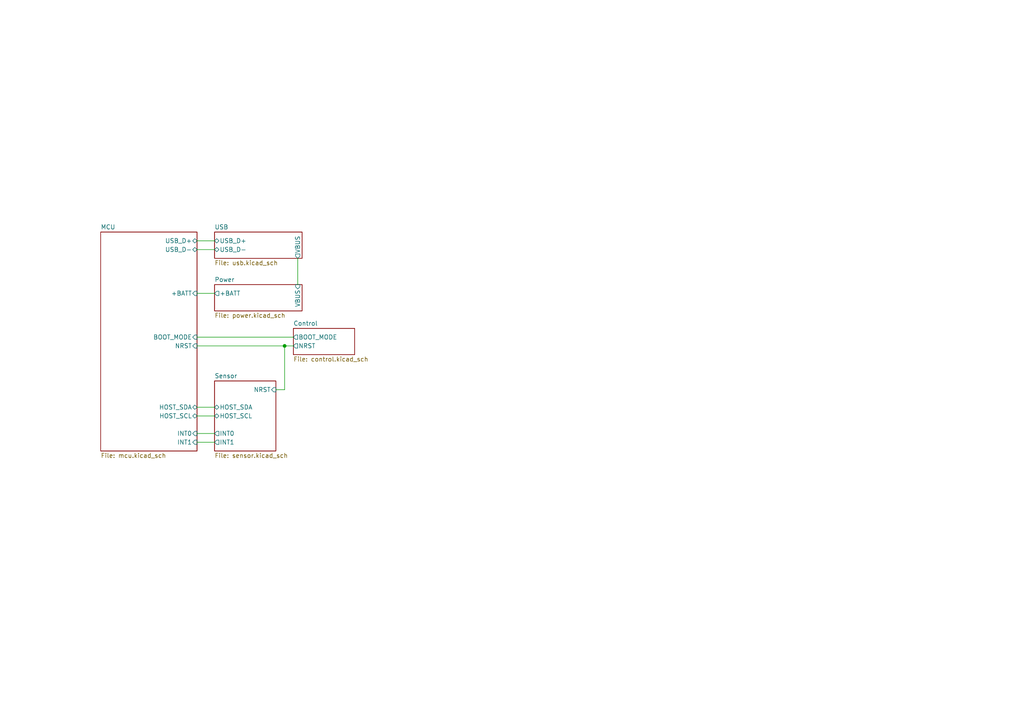
<source format=kicad_sch>
(kicad_sch (version 20230121) (generator eeschema)
  (paper "A4")
  (lib_symbols)
  (junction (at 82.55 100.33))
  (wire (pts (xy 57.15 69.85) (xy 62.23 69.85)))
  (wire (pts (xy 82.55 113.03) (xy 82.55 100.33)))
  (wire (pts (xy 86.36 74.93) (xy 86.36 82.55)))
  (wire (pts (xy 57.15 118.11) (xy 62.23 118.11)))
  (wire (pts (xy 57.15 120.65) (xy 62.23 120.65)))
  (wire (pts (xy 57.15 100.33) (xy 82.55 100.33)))
  (wire (pts (xy 57.15 85.09) (xy 62.23 85.09)))
  (wire (pts (xy 57.15 72.39) (xy 62.23 72.39)))
  (wire (pts (xy 57.15 128.27) (xy 62.23 128.27)))
  (wire (pts (xy 80.01 113.03) (xy 82.55 113.03)))
  (wire (pts (xy 57.15 97.79) (xy 85.09 97.79)))
  (wire (pts (xy 57.15 125.73) (xy 62.23 125.73)))
  (wire (pts (xy 82.55 100.33) (xy 85.09 100.33)))
  (sheet (at 62.23 67.31) (size 25.4 7.62) (stroke (width 0.1524))
    (property "Sheetname" "USB" (at 62.23 66.5984 0) (effects (justify left bottom)))
    (property "Sheetfile" "usb.kicad_sch" (at 62.23 75.5146 0) (effects (justify left top)))
    (pin "USB_D+" bidirectional (at 62.23 69.85 180))
    (pin "USB_D-" bidirectional (at 62.23 72.39 180))
    (pin "VBUS" output (at 86.36 74.93 270))
  )
  (sheet (at 62.23 82.55) (size 25.4 7.62) (stroke (width 0.1524))
    (property "Sheetname" "Power" (at 62.23 81.8384 0) (effects (justify left bottom)))
    (property "Sheetfile" "power.kicad_sch" (at 62.23 90.7546 0) (effects (justify left top)))
    (pin "VBUS" input (at 86.36 82.55 90))
    (pin "+BATT" output (at 62.23 85.09 180))
  )
  (sheet (at 62.23 110.49) (size 17.78 20.32) (stroke (width 0.1524))
    (property "Sheetname" "Sensor" (at 62.23 109.7784 0) (effects (justify left bottom)))
    (property "Sheetfile" "sensor.kicad_sch" (at 62.23 131.3946 0) (effects (justify left top)))
    (pin "NRST" input (at 80.01 113.03 0))
    (pin "INT1" output (at 62.23 128.27 180))
    (pin "HOST_SDA" bidirectional (at 62.23 118.11 180))
    (pin "HOST_SCL" bidirectional (at 62.23 120.65 180))
    (pin "INT0" output (at 62.23 125.73 180))
  )
  (sheet (at 85.09 95.25) (size 17.78 7.62) (stroke (width 0.1524))
    (property "Sheetname" "Control" (at 85.09 94.5384 0) (effects (justify left bottom)))
    (property "Sheetfile" "control.kicad_sch" (at 85.09 103.4546 0) (effects (justify left top)))
    (pin "NRST" output (at 85.09 100.33 180))
    (pin "BOOT_MODE" output (at 85.09 97.79 180))
  )
  (sheet (at 29.21 67.31) (size 27.94 63.5) (stroke (width 0.1524))
    (property "Sheetname" "MCU" (at 29.21 66.5984 0) (effects (justify left bottom)))
    (property "Sheetfile" "mcu.kicad_sch" (at 29.21 131.3946 0) (effects (justify left top)))
    (pin "NRST" input (at 57.15 100.33 0))
    (pin "USB_D+" bidirectional (at 57.15 69.85 0))
    (pin "USB_D-" bidirectional (at 57.15 72.39 0))
    (pin "HOST_SDA" bidirectional (at 57.15 118.11 0))
    (pin "INT0" input (at 57.15 125.73 0))
    (pin "HOST_SCL" bidirectional (at 57.15 120.65 0))
    (pin "INT1" input (at 57.15 128.27 0))
    (pin "+BATT" input (at 57.15 85.09 0))
    (pin "BOOT_MODE" input (at 57.15 97.79 0))
  )
)
</source>
